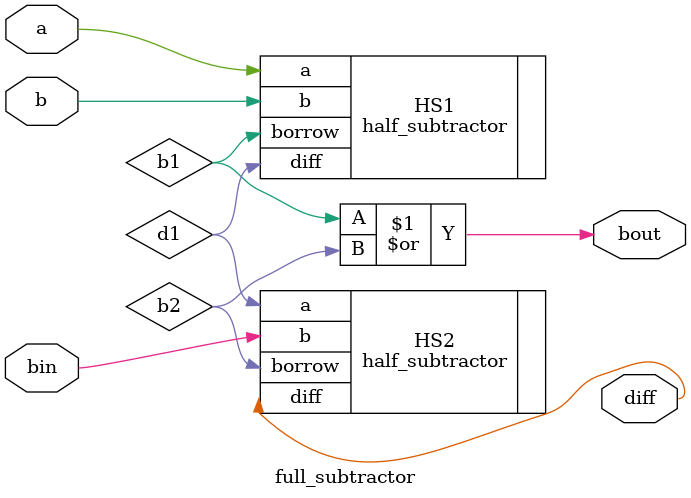
<source format=sv>

module full_subtractor (
	input logic a, b, bin,      // Entradas: A, B y Borrow In
	output logic diff, bout     // Salida: Diferencia y Borrow Out
);

	logic d1, b1, b2; // Señales internas
	
	// Se usan dos Half Subtractors para construir el Full Subtractor
	half_subtractor HS1 (.a(a), .b(b), .diff(d1), .borrow(b1)); 
	half_subtractor HS2 (.a(d1), .b(bin), .diff(diff), .borrow(b2));
	
	// Se calcula el Borrow Out
	assign bout = b1 | b2;
	
endmodule

</source>
